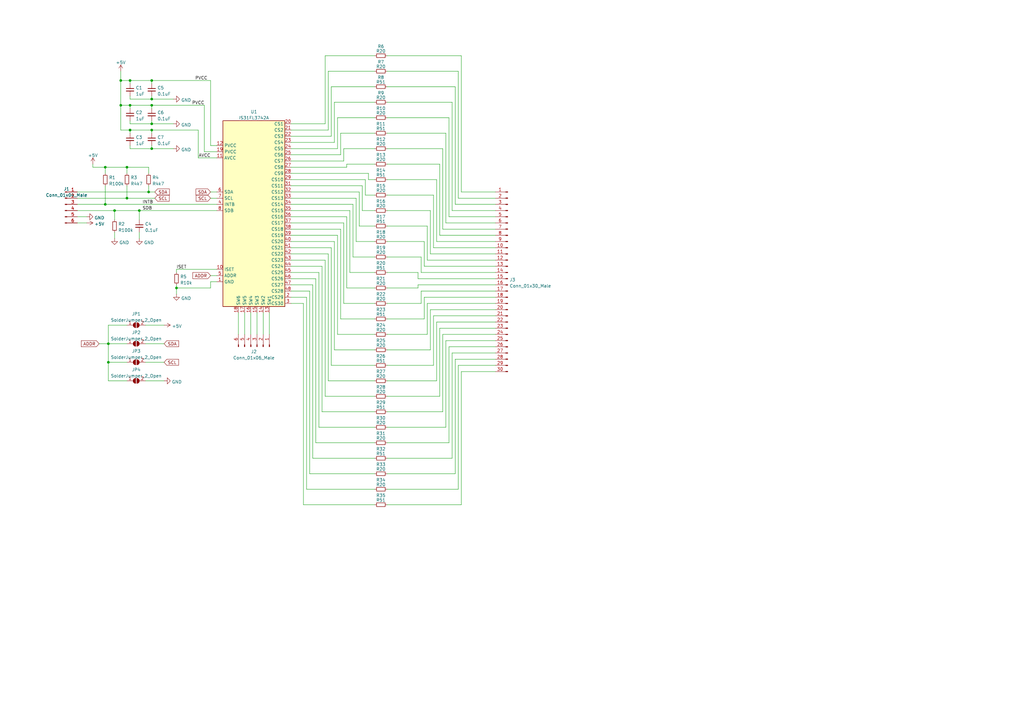
<source format=kicad_sch>
(kicad_sch (version 20211123) (generator eeschema)
  (paper "A3")
  (lib_symbols
    (symbol "Connector:Conn_01x06_Male" (pin_names (offset 1.016) hide)
      (property "Reference" "J" (at 0 7.62 0))
      (property "Value" "Conn_01x06_Male" (at 0 -10.16 0))
      (symbol "Conn_01x06_Male_1_1"
        (polyline (pts (xy 1.27 -7.62) (xy 0.8636 -7.62)) (stroke (width 0.1524)))
        (polyline (pts (xy 1.27 -5.08) (xy 0.8636 -5.08)) (stroke (width 0.1524)))
        (polyline (pts (xy 1.27 -2.54) (xy 0.8636 -2.54)) (stroke (width 0.1524)))
        (polyline (pts (xy 1.27 0) (xy 0.8636 0)) (stroke (width 0.1524)))
        (polyline (pts (xy 1.27 2.54) (xy 0.8636 2.54)) (stroke (width 0.1524)))
        (polyline (pts (xy 1.27 5.08) (xy 0.8636 5.08)) (stroke (width 0.1524)))
        (rectangle (start 0.8636 -7.493) (end 0 -7.747) (stroke (width 0.1524)) (fill (type outline)))
        (rectangle (start 0.8636 -4.953) (end 0 -5.207) (stroke (width 0.1524)) (fill (type outline)))
        (rectangle (start 0.8636 -2.413) (end 0 -2.667) (stroke (width 0.1524)) (fill (type outline)))
        (rectangle (start 0.8636 0.127) (end 0 -0.127) (stroke (width 0.1524)) (fill (type outline)))
        (rectangle (start 0.8636 2.667) (end 0 2.413) (stroke (width 0.1524)) (fill (type outline)))
        (rectangle (start 0.8636 5.207) (end 0 4.953) (stroke (width 0.1524)) (fill (type outline)))
        (pin passive line (at 5.08 5.08 180) (length 3.81) (name "Pin_1") (number "1"))
        (pin passive line (at 5.08 2.54 180) (length 3.81) (name "Pin_2") (number "2"))
        (pin passive line (at 5.08 0 180) (length 3.81) (name "Pin_3") (number "3"))
        (pin passive line (at 5.08 -2.54 180) (length 3.81) (name "Pin_4") (number "4"))
        (pin passive line (at 5.08 -5.08 180) (length 3.81) (name "Pin_5") (number "5"))
        (pin passive line (at 5.08 -7.62 180) (length 3.81) (name "Pin_6") (number "6"))
      )
    )
    (symbol "Connector:Conn_01x30_Male" (pin_names (offset 1.016) hide)
      (property "Reference" "J" (at 0 38.1 0))
      (property "Value" "Conn_01x30_Male" (at 0 -40.64 0))
      (symbol "Conn_01x30_Male_1_1"
        (polyline (pts (xy 1.27 -38.1) (xy 0.8636 -38.1)) (stroke (width 0.1524)))
        (polyline (pts (xy 1.27 -35.56) (xy 0.8636 -35.56)) (stroke (width 0.1524)))
        (polyline (pts (xy 1.27 -33.02) (xy 0.8636 -33.02)) (stroke (width 0.1524)))
        (polyline (pts (xy 1.27 -30.48) (xy 0.8636 -30.48)) (stroke (width 0.1524)))
        (polyline (pts (xy 1.27 -27.94) (xy 0.8636 -27.94)) (stroke (width 0.1524)))
        (polyline (pts (xy 1.27 -25.4) (xy 0.8636 -25.4)) (stroke (width 0.1524)))
        (polyline (pts (xy 1.27 -22.86) (xy 0.8636 -22.86)) (stroke (width 0.1524)))
        (polyline (pts (xy 1.27 -20.32) (xy 0.8636 -20.32)) (stroke (width 0.1524)))
        (polyline (pts (xy 1.27 -17.78) (xy 0.8636 -17.78)) (stroke (width 0.1524)))
        (polyline (pts (xy 1.27 -15.24) (xy 0.8636 -15.24)) (stroke (width 0.1524)))
        (polyline (pts (xy 1.27 -12.7) (xy 0.8636 -12.7)) (stroke (width 0.1524)))
        (polyline (pts (xy 1.27 -10.16) (xy 0.8636 -10.16)) (stroke (width 0.1524)))
        (polyline (pts (xy 1.27 -7.62) (xy 0.8636 -7.62)) (stroke (width 0.1524)))
        (polyline (pts (xy 1.27 -5.08) (xy 0.8636 -5.08)) (stroke (width 0.1524)))
        (polyline (pts (xy 1.27 -2.54) (xy 0.8636 -2.54)) (stroke (width 0.1524)))
        (polyline (pts (xy 1.27 0) (xy 0.8636 0)) (stroke (width 0.1524)))
        (polyline (pts (xy 1.27 2.54) (xy 0.8636 2.54)) (stroke (width 0.1524)))
        (polyline (pts (xy 1.27 5.08) (xy 0.8636 5.08)) (stroke (width 0.1524)))
        (polyline (pts (xy 1.27 7.62) (xy 0.8636 7.62)) (stroke (width 0.1524)))
        (polyline (pts (xy 1.27 10.16) (xy 0.8636 10.16)) (stroke (width 0.1524)))
        (polyline (pts (xy 1.27 12.7) (xy 0.8636 12.7)) (stroke (width 0.1524)))
        (polyline (pts (xy 1.27 15.24) (xy 0.8636 15.24)) (stroke (width 0.1524)))
        (polyline (pts (xy 1.27 17.78) (xy 0.8636 17.78)) (stroke (width 0.1524)))
        (polyline (pts (xy 1.27 20.32) (xy 0.8636 20.32)) (stroke (width 0.1524)))
        (polyline (pts (xy 1.27 22.86) (xy 0.8636 22.86)) (stroke (width 0.1524)))
        (polyline (pts (xy 1.27 25.4) (xy 0.8636 25.4)) (stroke (width 0.1524)))
        (polyline (pts (xy 1.27 27.94) (xy 0.8636 27.94)) (stroke (width 0.1524)))
        (polyline (pts (xy 1.27 30.48) (xy 0.8636 30.48)) (stroke (width 0.1524)))
        (polyline (pts (xy 1.27 33.02) (xy 0.8636 33.02)) (stroke (width 0.1524)))
        (polyline (pts (xy 1.27 35.56) (xy 0.8636 35.56)) (stroke (width 0.1524)))
        (rectangle (start 0.8636 -37.973) (end 0 -38.227) (stroke (width 0.1524)) (fill (type outline)))
        (rectangle (start 0.8636 -35.433) (end 0 -35.687) (stroke (width 0.1524)) (fill (type outline)))
        (rectangle (start 0.8636 -32.893) (end 0 -33.147) (stroke (width 0.1524)) (fill (type outline)))
        (rectangle (start 0.8636 -30.353) (end 0 -30.607) (stroke (width 0.1524)) (fill (type outline)))
        (rectangle (start 0.8636 -27.813) (end 0 -28.067) (stroke (width 0.1524)) (fill (type outline)))
        (rectangle (start 0.8636 -25.273) (end 0 -25.527) (stroke (width 0.1524)) (fill (type outline)))
        (rectangle (start 0.8636 -22.733) (end 0 -22.987) (stroke (width 0.1524)) (fill (type outline)))
        (rectangle (start 0.8636 -20.193) (end 0 -20.447) (stroke (width 0.1524)) (fill (type outline)))
        (rectangle (start 0.8636 -17.653) (end 0 -17.907) (stroke (width 0.1524)) (fill (type outline)))
        (rectangle (start 0.8636 -15.113) (end 0 -15.367) (stroke (width 0.1524)) (fill (type outline)))
        (rectangle (start 0.8636 -12.573) (end 0 -12.827) (stroke (width 0.1524)) (fill (type outline)))
        (rectangle (start 0.8636 -10.033) (end 0 -10.287) (stroke (width 0.1524)) (fill (type outline)))
        (rectangle (start 0.8636 -7.493) (end 0 -7.747) (stroke (width 0.1524)) (fill (type outline)))
        (rectangle (start 0.8636 -4.953) (end 0 -5.207) (stroke (width 0.1524)) (fill (type outline)))
        (rectangle (start 0.8636 -2.413) (end 0 -2.667) (stroke (width 0.1524)) (fill (type outline)))
        (rectangle (start 0.8636 0.127) (end 0 -0.127) (stroke (width 0.1524)) (fill (type outline)))
        (rectangle (start 0.8636 2.667) (end 0 2.413) (stroke (width 0.1524)) (fill (type outline)))
        (rectangle (start 0.8636 5.207) (end 0 4.953) (stroke (width 0.1524)) (fill (type outline)))
        (rectangle (start 0.8636 7.747) (end 0 7.493) (stroke (width 0.1524)) (fill (type outline)))
        (rectangle (start 0.8636 10.287) (end 0 10.033) (stroke (width 0.1524)) (fill (type outline)))
        (rectangle (start 0.8636 12.827) (end 0 12.573) (stroke (width 0.1524)) (fill (type outline)))
        (rectangle (start 0.8636 15.367) (end 0 15.113) (stroke (width 0.1524)) (fill (type outline)))
        (rectangle (start 0.8636 17.907) (end 0 17.653) (stroke (width 0.1524)) (fill (type outline)))
        (rectangle (start 0.8636 20.447) (end 0 20.193) (stroke (width 0.1524)) (fill (type outline)))
        (rectangle (start 0.8636 22.987) (end 0 22.733) (stroke (width 0.1524)) (fill (type outline)))
        (rectangle (start 0.8636 25.527) (end 0 25.273) (stroke (width 0.1524)) (fill (type outline)))
        (rectangle (start 0.8636 28.067) (end 0 27.813) (stroke (width 0.1524)) (fill (type outline)))
        (rectangle (start 0.8636 30.607) (end 0 30.353) (stroke (width 0.1524)) (fill (type outline)))
        (rectangle (start 0.8636 33.147) (end 0 32.893) (stroke (width 0.1524)) (fill (type outline)))
        (rectangle (start 0.8636 35.687) (end 0 35.433) (stroke (width 0.1524)) (fill (type outline)))
        (pin passive line (at 5.08 35.56 180) (length 3.81) (name "Pin_1") (number "1"))
        (pin passive line (at 5.08 12.7 180) (length 3.81) (name "Pin_10") (number "10"))
        (pin passive line (at 5.08 10.16 180) (length 3.81) (name "Pin_11") (number "11"))
        (pin passive line (at 5.08 7.62 180) (length 3.81) (name "Pin_12") (number "12"))
        (pin passive line (at 5.08 5.08 180) (length 3.81) (name "Pin_13") (number "13"))
        (pin passive line (at 5.08 2.54 180) (length 3.81) (name "Pin_14") (number "14"))
        (pin passive line (at 5.08 0 180) (length 3.81) (name "Pin_15") (number "15"))
        (pin passive line (at 5.08 -2.54 180) (length 3.81) (name "Pin_16") (number "16"))
        (pin passive line (at 5.08 -5.08 180) (length 3.81) (name "Pin_17") (number "17"))
        (pin passive line (at 5.08 -7.62 180) (length 3.81) (name "Pin_18") (number "18"))
        (pin passive line (at 5.08 -10.16 180) (length 3.81) (name "Pin_19") (number "19"))
        (pin passive line (at 5.08 33.02 180) (length 3.81) (name "Pin_2") (number "2"))
        (pin passive line (at 5.08 -12.7 180) (length 3.81) (name "Pin_20") (number "20"))
        (pin passive line (at 5.08 -15.24 180) (length 3.81) (name "Pin_21") (number "21"))
        (pin passive line (at 5.08 -17.78 180) (length 3.81) (name "Pin_22") (number "22"))
        (pin passive line (at 5.08 -20.32 180) (length 3.81) (name "Pin_23") (number "23"))
        (pin passive line (at 5.08 -22.86 180) (length 3.81) (name "Pin_24") (number "24"))
        (pin passive line (at 5.08 -25.4 180) (length 3.81) (name "Pin_25") (number "25"))
        (pin passive line (at 5.08 -27.94 180) (length 3.81) (name "Pin_26") (number "26"))
        (pin passive line (at 5.08 -30.48 180) (length 3.81) (name "Pin_27") (number "27"))
        (pin passive line (at 5.08 -33.02 180) (length 3.81) (name "Pin_28") (number "28"))
        (pin passive line (at 5.08 -35.56 180) (length 3.81) (name "Pin_29") (number "29"))
        (pin passive line (at 5.08 30.48 180) (length 3.81) (name "Pin_3") (number "3"))
        (pin passive line (at 5.08 -38.1 180) (length 3.81) (name "Pin_30") (number "30"))
        (pin passive line (at 5.08 27.94 180) (length 3.81) (name "Pin_4") (number "4"))
        (pin passive line (at 5.08 25.4 180) (length 3.81) (name "Pin_5") (number "5"))
        (pin passive line (at 5.08 22.86 180) (length 3.81) (name "Pin_6") (number "6"))
        (pin passive line (at 5.08 20.32 180) (length 3.81) (name "Pin_7") (number "7"))
        (pin passive line (at 5.08 17.78 180) (length 3.81) (name "Pin_8") (number "8"))
        (pin passive line (at 5.08 15.24 180) (length 3.81) (name "Pin_9") (number "9"))
      )
    )
    (symbol "Device:C_Small" (pin_numbers hide) (pin_names (offset 0.254) hide)
      (property "Reference" "C" (at 0.254 1.778 0))
      (property "Value" "C_Small" (at 0.254 -2.032 0))
      (symbol "C_Small_0_1"
        (polyline (pts (xy -1.524 -0.508) (xy 1.524 -0.508)) (stroke (width 0.3302)))
        (polyline (pts (xy -1.524 0.508) (xy 1.524 0.508)) (stroke (width 0.3048)))
      )
      (symbol "C_Small_1_1"
        (pin passive line (at 0 2.54 270) (length 2.032) (name "~") (number "1"))
        (pin passive line (at 0 -2.54 90) (length 2.032) (name "~") (number "2"))
      )
    )
    (symbol "Device:R_Small" (pin_numbers hide) (pin_names (offset 0.254) hide)
      (property "Reference" "R" (at 0.762 0.508 0))
      (property "Value" "R_Small" (at 0.762 -1.016 0))
      (symbol "R_Small_0_1"
        (rectangle (start -0.762 1.778) (end 0.762 -1.778) (stroke (width 0.2032)))
      )
      (symbol "R_Small_1_1"
        (pin passive line (at 0 2.54 270) (length 0.762) (name "~") (number "1"))
        (pin passive line (at 0 -2.54 90) (length 0.762) (name "~") (number "2"))
      )
    )
    (symbol "Driver_LED:IS31FL3742A"
      (property "Reference" "U" (at -1.27 -1.27 0))
      (property "Value" "IS31FL3742A" (at -6.35 43.18 0))
      (symbol "IS31FL3742A_0_0"
        (pin output line (at 15.24 -16.51 180) (length 2.54) (name "CS22") (number "42"))
        (pin output line (at 15.24 -19.05 180) (length 2.54) (name "CS23") (number "43"))
        (pin output line (at 15.24 -21.59 180) (length 2.54) (name "CS24") (number "44"))
        (pin output line (at 15.24 -24.13 180) (length 2.54) (name "CS25") (number "45"))
        (pin output line (at 15.24 -26.67 180) (length 2.54) (name "CS26") (number "46"))
        (pin output line (at 15.24 -29.21 180) (length 2.54) (name "CS27") (number "47"))
        (pin output line (at 15.24 -31.75 180) (length 2.54) (name "CS28") (number "48"))
        (pin passive line (at -15.24 -27.94 0) (length 2.54) hide (name "GND") (number "49"))
      )
      (symbol "IS31FL3742A_0_1"
        (rectangle (start -12.7 38.1) (end 12.7 -38.1) (stroke (width 0.254)) (fill (type background)))
      )
      (symbol "IS31FL3742A_1_1"
        (pin power_in line (at -15.24 -27.94 0) (length 2.54) (name "GND") (number "1"))
        (pin input line (at -15.24 -22.86 0) (length 2.54) (name "ISET") (number "10"))
        (pin power_in line (at -15.24 22.86 0) (length 2.54) (name "AVCC") (number "11"))
        (pin power_in line (at -15.24 27.94 0) (length 2.54) (name "PVCC") (number "12"))
        (pin input line (at 6.35 -40.64 90) (length 2.54) (name "SW1") (number "13"))
        (pin input line (at 3.81 -40.64 90) (length 2.54) (name "SW2") (number "14"))
        (pin input line (at 1.27 -40.64 90) (length 2.54) (name "SW3") (number "15"))
        (pin input line (at -1.27 -40.64 90) (length 2.54) (name "SW4") (number "16"))
        (pin input line (at -3.81 -40.64 90) (length 2.54) (name "SW5") (number "17"))
        (pin input line (at -6.35 -40.64 90) (length 2.54) (name "SW6") (number "18"))
        (pin power_in line (at -15.24 25.4 0) (length 2.54) (name "PVCC") (number "19"))
        (pin output line (at 15.24 -34.29 180) (length 2.54) (name "CS29") (number "2"))
        (pin output line (at 15.24 36.83 180) (length 2.54) (name "CS1") (number "20"))
        (pin output line (at 15.24 34.29 180) (length 2.54) (name "CS2") (number "21"))
        (pin output line (at 15.24 31.75 180) (length 2.54) (name "CS3") (number "22"))
        (pin output line (at 15.24 29.21 180) (length 2.54) (name "CS4") (number "23"))
        (pin output line (at 15.24 26.67 180) (length 2.54) (name "CS5") (number "24"))
        (pin output line (at 15.24 24.13 180) (length 2.54) (name "CS6") (number "25"))
        (pin output line (at 15.24 21.59 180) (length 2.54) (name "CS7") (number "26"))
        (pin output line (at 15.24 19.05 180) (length 2.54) (name "CS8") (number "27"))
        (pin output line (at 15.24 16.51 180) (length 2.54) (name "CS9") (number "28"))
        (pin output line (at 15.24 13.97 180) (length 2.54) (name "CS10") (number "29"))
        (pin output line (at 15.24 -36.83 180) (length 2.54) (name "CS30") (number "3"))
        (pin power_in line (at -15.24 -27.94 0) (length 2.54) hide (name "GND") (number "30"))
        (pin output line (at 15.24 11.43 180) (length 2.54) (name "CS11") (number "31"))
        (pin output line (at 15.24 8.89 180) (length 2.54) (name "CS12") (number "32"))
        (pin output line (at 15.24 6.35 180) (length 2.54) (name "CS13") (number "33"))
        (pin output line (at 15.24 3.81 180) (length 2.54) (name "CS14") (number "34"))
        (pin output line (at 15.24 1.27 180) (length 2.54) (name "CS15") (number "35"))
        (pin output line (at 15.24 -1.27 180) (length 2.54) (name "CS16") (number "36"))
        (pin output line (at 15.24 -3.81 180) (length 2.54) (name "CS17") (number "37"))
        (pin output line (at 15.24 -6.35 180) (length 2.54) (name "CS18") (number "38"))
        (pin output line (at 15.24 -8.89 180) (length 2.54) (name "CS19") (number "39"))
        (pin open_collector line (at -15.24 3.81 0) (length 2.54) (name "INTB") (number "4"))
        (pin output line (at 15.24 -11.43 180) (length 2.54) (name "CS20") (number "40"))
        (pin output line (at 15.24 -13.97 180) (length 2.54) (name "CS21") (number "41"))
        (pin input line (at -15.24 -25.4 0) (length 2.54) (name "ADDR") (number "5"))
        (pin bidirectional line (at -15.24 8.89 0) (length 2.54) (name "SDA") (number "6"))
        (pin input line (at -15.24 6.35 0) (length 2.54) (name "SCL") (number "7"))
        (pin input line (at -15.24 1.27 0) (length 2.54) (name "SDB") (number "8"))
        (pin input line (at -15.24 -27.94 0) (length 2.54) hide (name "GND") (number "9"))
      )
    )
    (symbol "Jumper:SolderJumper_2_Open" (pin_names (offset 0) hide)
      (property "Reference" "JP" (at 0 2.032 0))
      (property "Value" "SolderJumper_2_Open" (at 0 -2.54 0))
      (symbol "SolderJumper_2_Open_0_1"
        (arc (start -0.254 1.016) (mid -1.27 0) (end -0.254 -1.016))
        (arc (start -0.254 1.016) (mid -1.27 0) (end -0.254 -1.016) (fill (type outline)))
        (polyline (pts (xy -0.254 1.016) (xy -0.254 -1.016)))
        (polyline (pts (xy 0.254 1.016) (xy 0.254 -1.016)))
        (arc (start 0.254 -1.016) (mid 1.27 0) (end 0.254 1.016))
        (arc (start 0.254 -1.016) (mid 1.27 0) (end 0.254 1.016) (fill (type outline)))
      )
      (symbol "SolderJumper_2_Open_1_1"
        (pin passive line (at -3.81 0 0) (length 2.54) (name "A") (number "1"))
        (pin passive line (at 3.81 0 180) (length 2.54) (name "B") (number "2"))
      )
    )
    (symbol "power:+5V" (power) (pin_names (offset 0))
      (property "Value" "+5V" (at 0 3.556 0))
      (symbol "+5V_0_1"
        (polyline (pts (xy -0.762 1.27) (xy 0 2.54)))
        (polyline (pts (xy 0 0) (xy 0 2.54)))
        (polyline (pts (xy 0 2.54) (xy 0.762 1.27)))
      )
      (symbol "+5V_1_1"
        (pin power_in line (at 0 0 90) (length 0) hide (name "+5V") (number "1"))
      )
    )
    (symbol "power:GND" (power) (pin_names (offset 0))
      (property "Value" "GND" (at 0 -3.81 0))
      (symbol "GND_0_1"
        (polyline (pts (xy 0 0) (xy 0 -1.27) (xy 1.27 -1.27) (xy 0 -2.54) (xy -1.27 -1.27) (xy 0 -1.27)))
      )
      (symbol "GND_1_1"
        (pin power_in line (at 0 0 270) (length 0) hide (name "GND") (number "1"))
      )
    )
  )
  (junction (at 44.45 148.59))
  (junction (at 46.99 86.36))
  (junction (at 60.96 78.74))
  (junction (at 57.15 86.36))
  (junction (at 53.34 33.02))
  (junction (at 43.18 68.58))
  (junction (at 53.34 43.18))
  (junction (at 62.23 50.8))
  (junction (at 49.53 43.18))
  (junction (at 52.07 81.28))
  (junction (at 44.45 140.97))
  (junction (at 43.18 83.82))
  (junction (at 72.39 118.11))
  (junction (at 62.23 40.64))
  (junction (at 62.23 53.34))
  (junction (at 62.23 60.96))
  (junction (at 62.23 33.02))
  (junction (at 62.23 43.18))
  (junction (at 52.07 68.58))
  (junction (at 53.34 53.34))
  (junction (at 49.53 33.02))
  (wire (pts (xy 52.07 71.12) (xy 52.07 68.58)))
  (wire (pts (xy 124.46 207.01) (xy 153.67 207.01)))
  (wire (pts (xy 173.99 121.92) (xy 203.2 121.92)))
  (wire (pts (xy 119.38 55.88) (xy 135.89 55.88)))
  (wire (pts (xy 133.35 162.56) (xy 153.67 162.56)))
  (wire (pts (xy 134.62 156.21) (xy 153.67 156.21)))
  (wire (pts (xy 158.75 187.96) (xy 185.42 187.96)))
  (wire (pts (xy 175.26 124.46) (xy 203.2 124.46)))
  (wire (pts (xy 46.99 86.36) (xy 46.99 90.17)))
  (wire (pts (xy 53.34 50.8) (xy 62.23 50.8)))
  (wire (pts (xy 119.38 114.3) (xy 129.54 114.3)))
  (wire (pts (xy 86.36 33.02) (xy 62.23 33.02)))
  (wire (pts (xy 158.75 156.21) (xy 179.07 156.21)))
  (wire (pts (xy 119.38 96.52) (xy 138.43 96.52)))
  (wire (pts (xy 180.34 67.31) (xy 180.34 96.52)))
  (wire (pts (xy 83.82 62.23) (xy 83.82 43.18)))
  (wire (pts (xy 57.15 95.25) (xy 57.15 97.79)))
  (wire (pts (xy 86.36 81.28) (xy 88.9 81.28)))
  (wire (pts (xy 158.75 92.71) (xy 175.26 92.71)))
  (wire (pts (xy 119.38 106.68) (xy 133.35 106.68)))
  (wire (pts (xy 102.87 128.27) (xy 102.87 137.16)))
  (wire (pts (xy 139.7 130.81) (xy 153.67 130.81)))
  (wire (pts (xy 158.75 207.01) (xy 189.23 207.01)))
  (wire (pts (xy 62.23 53.34) (xy 53.34 53.34)))
  (wire (pts (xy 181.61 93.98) (xy 203.2 93.98)))
  (wire (pts (xy 57.15 86.36) (xy 57.15 90.17)))
  (wire (pts (xy 49.53 29.21) (xy 49.53 33.02)))
  (wire (pts (xy 143.51 111.76) (xy 153.67 111.76)))
  (wire (pts (xy 132.08 168.91) (xy 153.67 168.91)))
  (wire (pts (xy 60.96 71.12) (xy 60.96 68.58)))
  (wire (pts (xy 158.75 181.61) (xy 184.15 181.61)))
  (wire (pts (xy 139.7 63.5) (xy 139.7 54.61)))
  (wire (pts (xy 186.69 147.32) (xy 203.2 147.32)))
  (wire (pts (xy 137.16 58.42) (xy 137.16 41.91)))
  (wire (pts (xy 187.96 29.21) (xy 187.96 81.28)))
  (wire (pts (xy 127 194.31) (xy 153.67 194.31)))
  (wire (pts (xy 158.75 149.86) (xy 177.8 149.86)))
  (wire (pts (xy 86.36 59.69) (xy 86.36 33.02)))
  (wire (pts (xy 158.75 22.86) (xy 189.23 22.86)))
  (wire (pts (xy 181.61 168.91) (xy 181.61 137.16)))
  (wire (pts (xy 140.97 91.44) (xy 140.97 124.46)))
  (wire (pts (xy 189.23 207.01) (xy 189.23 152.4)))
  (wire (pts (xy 119.38 111.76) (xy 130.81 111.76)))
  (wire (pts (xy 38.1 68.58) (xy 38.1 67.31)))
  (wire (pts (xy 177.8 80.01) (xy 177.8 101.6)))
  (wire (pts (xy 119.38 104.14) (xy 134.62 104.14)))
  (wire (pts (xy 119.38 86.36) (xy 143.51 86.36)))
  (wire (pts (xy 185.42 187.96) (xy 185.42 144.78)))
  (wire (pts (xy 134.62 29.21) (xy 153.67 29.21)))
  (wire (pts (xy 140.97 60.96) (xy 153.67 60.96)))
  (wire (pts (xy 158.75 73.66) (xy 179.07 73.66)))
  (wire (pts (xy 185.42 144.78) (xy 203.2 144.78)))
  (wire (pts (xy 173.99 130.81) (xy 173.99 121.92)))
  (wire (pts (xy 52.07 148.59) (xy 44.45 148.59)))
  (wire (pts (xy 62.23 40.64) (xy 62.23 39.37)))
  (wire (pts (xy 187.96 200.66) (xy 187.96 149.86)))
  (wire (pts (xy 62.23 60.96) (xy 71.12 60.96)))
  (wire (pts (xy 172.72 119.38) (xy 203.2 119.38)))
  (wire (pts (xy 43.18 83.82) (xy 88.9 83.82)))
  (wire (pts (xy 119.38 119.38) (xy 127 119.38)))
  (wire (pts (xy 172.72 105.41) (xy 172.72 111.76)))
  (wire (pts (xy 186.69 35.56) (xy 186.69 83.82)))
  (wire (pts (xy 119.38 71.12) (xy 151.13 71.12)))
  (wire (pts (xy 119.38 91.44) (xy 140.97 91.44)))
  (wire (pts (xy 119.38 109.22) (xy 132.08 109.22)))
  (wire (pts (xy 175.26 92.71) (xy 175.26 106.68)))
  (wire (pts (xy 139.7 54.61) (xy 153.67 54.61)))
  (wire (pts (xy 43.18 68.58) (xy 38.1 68.58)))
  (wire (pts (xy 184.15 142.24) (xy 203.2 142.24)))
  (wire (pts (xy 182.88 91.44) (xy 203.2 91.44)))
  (wire (pts (xy 140.97 124.46) (xy 153.67 124.46)))
  (wire (pts (xy 134.62 104.14) (xy 134.62 156.21)))
  (wire (pts (xy 158.75 168.91) (xy 181.61 168.91)))
  (wire (pts (xy 135.89 149.86) (xy 153.67 149.86)))
  (wire (pts (xy 119.38 121.92) (xy 125.73 121.92)))
  (wire (pts (xy 62.23 33.02) (xy 53.34 33.02)))
  (wire (pts (xy 182.88 54.61) (xy 182.88 91.44)))
  (wire (pts (xy 138.43 60.96) (xy 138.43 48.26)))
  (wire (pts (xy 173.99 109.22) (xy 203.2 109.22)))
  (wire (pts (xy 81.28 53.34) (xy 62.23 53.34)))
  (wire (pts (xy 158.75 194.31) (xy 186.69 194.31)))
  (wire (pts (xy 158.75 99.06) (xy 173.99 99.06)))
  (wire (pts (xy 86.36 113.03) (xy 88.9 113.03)))
  (wire (pts (xy 139.7 93.98) (xy 139.7 130.81)))
  (wire (pts (xy 142.24 88.9) (xy 142.24 118.11)))
  (wire (pts (xy 172.72 111.76) (xy 203.2 111.76)))
  (wire (pts (xy 52.07 140.97) (xy 44.45 140.97)))
  (wire (pts (xy 180.34 162.56) (xy 180.34 134.62)))
  (wire (pts (xy 119.38 99.06) (xy 137.16 99.06)))
  (wire (pts (xy 158.75 54.61) (xy 182.88 54.61)))
  (wire (pts (xy 151.13 71.12) (xy 151.13 73.66)))
  (wire (pts (xy 182.88 139.7) (xy 203.2 139.7)))
  (wire (pts (xy 179.07 73.66) (xy 179.07 99.06)))
  (wire (pts (xy 133.35 50.8) (xy 133.35 22.86)))
  (wire (pts (xy 147.32 78.74) (xy 147.32 92.71)))
  (wire (pts (xy 185.42 86.36) (xy 203.2 86.36)))
  (wire (pts (xy 158.75 137.16) (xy 175.26 137.16)))
  (wire (pts (xy 31.75 78.74) (xy 60.96 78.74)))
  (wire (pts (xy 88.9 110.49) (xy 72.39 110.49)))
  (wire (pts (xy 180.34 134.62) (xy 203.2 134.62)))
  (wire (pts (xy 31.75 88.9) (xy 35.56 88.9)))
  (wire (pts (xy 53.34 53.34) (xy 49.53 53.34)))
  (wire (pts (xy 53.34 43.18) (xy 49.53 43.18)))
  (wire (pts (xy 119.38 101.6) (xy 135.89 101.6)))
  (wire (pts (xy 142.24 67.31) (xy 153.67 67.31)))
  (wire (pts (xy 172.72 124.46) (xy 172.72 119.38)))
  (wire (pts (xy 57.15 86.36) (xy 88.9 86.36)))
  (wire (pts (xy 149.86 73.66) (xy 149.86 80.01)))
  (wire (pts (xy 184.15 48.26) (xy 184.15 88.9)))
  (wire (pts (xy 144.78 83.82) (xy 144.78 105.41)))
  (wire (pts (xy 72.39 118.11) (xy 72.39 120.65)))
  (wire (pts (xy 53.34 40.64) (xy 62.23 40.64)))
  (wire (pts (xy 40.64 140.97) (xy 44.45 140.97)))
  (wire (pts (xy 158.75 118.11) (xy 171.45 118.11)))
  (wire (pts (xy 176.53 143.51) (xy 176.53 127)))
  (wire (pts (xy 158.75 200.66) (xy 187.96 200.66)))
  (wire (pts (xy 49.53 43.18) (xy 49.53 33.02)))
  (wire (pts (xy 179.07 156.21) (xy 179.07 132.08)))
  (wire (pts (xy 107.95 128.27) (xy 107.95 137.16)))
  (wire (pts (xy 146.05 99.06) (xy 153.67 99.06)))
  (wire (pts (xy 53.34 60.96) (xy 53.34 59.69)))
  (wire (pts (xy 128.27 116.84) (xy 128.27 187.96)))
  (wire (pts (xy 158.75 105.41) (xy 172.72 105.41)))
  (wire (pts (xy 128.27 187.96) (xy 153.67 187.96)))
  (wire (pts (xy 129.54 114.3) (xy 129.54 181.61)))
  (wire (pts (xy 151.13 73.66) (xy 153.67 73.66)))
  (wire (pts (xy 189.23 152.4) (xy 203.2 152.4)))
  (wire (pts (xy 176.53 127) (xy 203.2 127)))
  (wire (pts (xy 44.45 133.35) (xy 44.45 140.97)))
  (wire (pts (xy 119.38 60.96) (xy 138.43 60.96)))
  (wire (pts (xy 67.31 133.35) (xy 59.69 133.35)))
  (wire (pts (xy 185.42 41.91) (xy 185.42 86.36)))
  (wire (pts (xy 60.96 68.58) (xy 52.07 68.58)))
  (wire (pts (xy 62.23 60.96) (xy 62.23 59.69)))
  (wire (pts (xy 86.36 115.57) (xy 86.36 118.11)))
  (wire (pts (xy 53.34 40.64) (xy 53.34 39.37)))
  (wire (pts (xy 72.39 116.84) (xy 72.39 118.11)))
  (wire (pts (xy 119.38 83.82) (xy 144.78 83.82)))
  (wire (pts (xy 52.07 68.58) (xy 43.18 68.58)))
  (wire (pts (xy 52.07 156.21) (xy 44.45 156.21)))
  (wire (pts (xy 184.15 181.61) (xy 184.15 142.24)))
  (wire (pts (xy 137.16 143.51) (xy 153.67 143.51)))
  (wire (pts (xy 127 119.38) (xy 127 194.31)))
  (wire (pts (xy 46.99 86.36) (xy 57.15 86.36)))
  (wire (pts (xy 119.38 124.46) (xy 124.46 124.46)))
  (wire (pts (xy 72.39 110.49) (xy 72.39 111.76)))
  (wire (pts (xy 171.45 114.3) (xy 203.2 114.3)))
  (wire (pts (xy 137.16 41.91) (xy 153.67 41.91)))
  (wire (pts (xy 186.69 194.31) (xy 186.69 147.32)))
  (wire (pts (xy 177.8 101.6) (xy 203.2 101.6)))
  (wire (pts (xy 182.88 175.26) (xy 182.88 139.7)))
  (wire (pts (xy 176.53 86.36) (xy 176.53 104.14)))
  (wire (pts (xy 184.15 88.9) (xy 203.2 88.9)))
  (wire (pts (xy 86.36 78.74) (xy 88.9 78.74)))
  (wire (pts (xy 88.9 115.57) (xy 86.36 115.57)))
  (wire (pts (xy 186.69 83.82) (xy 203.2 83.82)))
  (wire (pts (xy 83.82 43.18) (xy 62.23 43.18)))
  (wire (pts (xy 158.75 130.81) (xy 173.99 130.81)))
  (wire (pts (xy 189.23 22.86) (xy 189.23 78.74)))
  (wire (pts (xy 179.07 99.06) (xy 203.2 99.06)))
  (wire (pts (xy 130.81 175.26) (xy 153.67 175.26)))
  (wire (pts (xy 158.75 124.46) (xy 172.72 124.46)))
  (wire (pts (xy 125.73 121.92) (xy 125.73 200.66)))
  (wire (pts (xy 60.96 78.74) (xy 60.96 76.2)))
  (wire (pts (xy 81.28 64.77) (xy 81.28 53.34)))
  (wire (pts (xy 62.23 33.02) (xy 62.23 34.29)))
  (wire (pts (xy 43.18 68.58) (xy 43.18 71.12)))
  (wire (pts (xy 158.75 80.01) (xy 177.8 80.01)))
  (wire (pts (xy 119.38 78.74) (xy 147.32 78.74)))
  (wire (pts (xy 31.75 91.44) (xy 35.56 91.44)))
  (wire (pts (xy 53.34 53.34) (xy 53.34 54.61)))
  (wire (pts (xy 49.53 53.34) (xy 49.53 43.18)))
  (wire (pts (xy 130.81 111.76) (xy 130.81 175.26)))
  (wire (pts (xy 52.07 81.28) (xy 63.5 81.28)))
  (wire (pts (xy 119.38 58.42) (xy 137.16 58.42)))
  (wire (pts (xy 88.9 64.77) (xy 81.28 64.77)))
  (wire (pts (xy 158.75 67.31) (xy 180.34 67.31)))
  (wire (pts (xy 158.75 143.51) (xy 176.53 143.51)))
  (wire (pts (xy 124.46 124.46) (xy 124.46 207.01)))
  (wire (pts (xy 181.61 60.96) (xy 181.61 93.98)))
  (wire (pts (xy 119.38 88.9) (xy 142.24 88.9)))
  (wire (pts (xy 177.8 149.86) (xy 177.8 129.54)))
  (wire (pts (xy 135.89 55.88) (xy 135.89 35.56)))
  (wire (pts (xy 158.75 48.26) (xy 184.15 48.26)))
  (wire (pts (xy 148.59 86.36) (xy 153.67 86.36)))
  (wire (pts (xy 119.38 63.5) (xy 139.7 63.5)))
  (wire (pts (xy 119.38 68.58) (xy 142.24 68.58)))
  (wire (pts (xy 158.75 60.96) (xy 181.61 60.96)))
  (wire (pts (xy 119.38 66.04) (xy 140.97 66.04)))
  (wire (pts (xy 60.96 78.74) (xy 63.5 78.74)))
  (wire (pts (xy 171.45 116.84) (xy 203.2 116.84)))
  (wire (pts (xy 110.49 128.27) (xy 110.49 137.16)))
  (wire (pts (xy 31.75 81.28) (xy 52.07 81.28)))
  (wire (pts (xy 62.23 50.8) (xy 71.12 50.8)))
  (wire (pts (xy 180.34 96.52) (xy 203.2 96.52)))
  (wire (pts (xy 100.33 128.27) (xy 100.33 137.16)))
  (wire (pts (xy 46.99 95.25) (xy 46.99 97.79)))
  (wire (pts (xy 173.99 99.06) (xy 173.99 109.22)))
  (wire (pts (xy 135.89 35.56) (xy 153.67 35.56)))
  (wire (pts (xy 138.43 137.16) (xy 153.67 137.16)))
  (wire (pts (xy 158.75 41.91) (xy 185.42 41.91)))
  (wire (pts (xy 44.45 133.35) (xy 52.07 133.35)))
  (wire (pts (xy 148.59 76.2) (xy 148.59 86.36)))
  (wire (pts (xy 44.45 148.59) (xy 44.45 156.21)))
  (wire (pts (xy 88.9 62.23) (xy 83.82 62.23)))
  (wire (pts (xy 177.8 129.54) (xy 203.2 129.54)))
  (wire (pts (xy 119.38 116.84) (xy 128.27 116.84)))
  (wire (pts (xy 62.23 43.18) (xy 62.23 44.45)))
  (wire (pts (xy 187.96 149.86) (xy 203.2 149.86)))
  (wire (pts (xy 53.34 50.8) (xy 53.34 49.53)))
  (wire (pts (xy 53.34 43.18) (xy 53.34 44.45)))
  (wire (pts (xy 134.62 53.34) (xy 134.62 29.21)))
  (wire (pts (xy 137.16 99.06) (xy 137.16 143.51)))
  (wire (pts (xy 175.26 137.16) (xy 175.26 124.46)))
  (wire (pts (xy 43.18 76.2) (xy 43.18 83.82)))
  (wire (pts (xy 158.75 35.56) (xy 186.69 35.56)))
  (wire (pts (xy 62.23 43.18) (xy 53.34 43.18)))
  (wire (pts (xy 31.75 86.36) (xy 46.99 86.36)))
  (wire (pts (xy 52.07 81.28) (xy 52.07 76.2)))
  (wire (pts (xy 62.23 53.34) (xy 62.23 54.61)))
  (wire (pts (xy 158.75 86.36) (xy 176.53 86.36)))
  (wire (pts (xy 176.53 104.14) (xy 203.2 104.14)))
  (wire (pts (xy 187.96 81.28) (xy 203.2 81.28)))
  (wire (pts (xy 119.38 73.66) (xy 149.86 73.66)))
  (wire (pts (xy 179.07 132.08) (xy 203.2 132.08)))
  (wire (pts (xy 147.32 92.71) (xy 153.67 92.71)))
  (wire (pts (xy 62.23 50.8) (xy 62.23 49.53)))
  (wire (pts (xy 97.79 128.27) (xy 97.79 137.16)))
  (wire (pts (xy 158.75 162.56) (xy 180.34 162.56)))
  (wire (pts (xy 144.78 105.41) (xy 153.67 105.41)))
  (wire (pts (xy 105.41 128.27) (xy 105.41 137.16)))
  (wire (pts (xy 119.38 53.34) (xy 134.62 53.34)))
  (wire (pts (xy 149.86 80.01) (xy 153.67 80.01)))
  (wire (pts (xy 59.69 156.21) (xy 67.31 156.21)))
  (wire (pts (xy 53.34 33.02) (xy 49.53 33.02)))
  (wire (pts (xy 138.43 48.26) (xy 153.67 48.26)))
  (wire (pts (xy 125.73 200.66) (xy 153.67 200.66)))
  (wire (pts (xy 146.05 81.28) (xy 146.05 99.06)))
  (wire (pts (xy 119.38 76.2) (xy 148.59 76.2)))
  (wire (pts (xy 132.08 109.22) (xy 132.08 168.91)))
  (wire (pts (xy 133.35 22.86) (xy 153.67 22.86)))
  (wire (pts (xy 88.9 59.69) (xy 86.36 59.69)))
  (wire (pts (xy 140.97 66.04) (xy 140.97 60.96)))
  (wire (pts (xy 53.34 33.02) (xy 53.34 34.29)))
  (wire (pts (xy 158.75 175.26) (xy 182.88 175.26)))
  (wire (pts (xy 119.38 93.98) (xy 139.7 93.98)))
  (wire (pts (xy 129.54 181.61) (xy 153.67 181.61)))
  (wire (pts (xy 59.69 140.97) (xy 67.31 140.97)))
  (wire (pts (xy 171.45 118.11) (xy 171.45 116.84)))
  (wire (pts (xy 143.51 86.36) (xy 143.51 111.76)))
  (wire (pts (xy 142.24 118.11) (xy 153.67 118.11)))
  (wire (pts (xy 175.26 106.68) (xy 203.2 106.68)))
  (wire (pts (xy 171.45 111.76) (xy 171.45 114.3)))
  (wire (pts (xy 53.34 60.96) (xy 62.23 60.96)))
  (wire (pts (xy 158.75 29.21) (xy 187.96 29.21)))
  (wire (pts (xy 138.43 96.52) (xy 138.43 137.16)))
  (wire (pts (xy 31.75 83.82) (xy 43.18 83.82)))
  (wire (pts (xy 62.23 40.64) (xy 71.12 40.64)))
  (wire (pts (xy 133.35 106.68) (xy 133.35 162.56)))
  (wire (pts (xy 158.75 111.76) (xy 171.45 111.76)))
  (wire (pts (xy 189.23 78.74) (xy 203.2 78.74)))
  (wire (pts (xy 119.38 50.8) (xy 133.35 50.8)))
  (wire (pts (xy 181.61 137.16) (xy 203.2 137.16)))
  (wire (pts (xy 119.38 81.28) (xy 146.05 81.28)))
  (wire (pts (xy 44.45 148.59) (xy 44.45 140.97)))
  (wire (pts (xy 135.89 101.6) (xy 135.89 149.86)))
  (wire (pts (xy 59.69 148.59) (xy 67.31 148.59)))
  (wire (pts (xy 142.24 68.58) (xy 142.24 67.31)))
  (wire (pts (xy 72.39 118.11) (xy 86.36 118.11)))
  (label "ISET" (at 72.39 110.49 0))
  (label "AVCC" (at 86.36 64.77 180))
  (label "PVCC" (at 78.74 43.18 0))
  (label "PVCC" (at 80.01 33.02 0))
  (label "SDB" (at 58.42 86.36 0))
  (label "INTB" (at 58.42 83.82 0))
  (global_label "SDA" (shape input) (at 63.5 78.74 0) (property "Intersheet References" "${INTERSHEET_REFS}" (effects hide)))
  (global_label "SCL" (shape input) (at 67.31 148.59 0) (property "Intersheet References" "${INTERSHEET_REFS}" (effects hide)))
  (global_label "SCL" (shape input) (at 86.36 81.28 180) (property "Intersheet References" "${INTERSHEET_REFS}" (effects hide)))
  (global_label "SDA" (shape input) (at 67.31 140.97 0) (property "Intersheet References" "${INTERSHEET_REFS}" (effects hide)))
  (global_label "ADDR" (shape input) (at 86.36 113.03 180) (property "Intersheet References" "${INTERSHEET_REFS}" (effects hide)))
  (global_label "SCL" (shape input) (at 63.5 81.28 0) (property "Intersheet References" "${INTERSHEET_REFS}" (effects hide)))
  (global_label "ADDR" (shape input) (at 40.64 140.97 180) (property "Intersheet References" "${INTERSHEET_REFS}" (effects hide)))
  (global_label "SDA" (shape input) (at 86.36 78.74 180) (property "Intersheet References" "${INTERSHEET_REFS}" (effects hide)))
  (symbol (lib_id "Connector:Conn_01x06_Male") (at 26.67 83.82 0) (unit 1)
    (property "Reference" "J1" (at 27.305 77.504 0))
    (property "Value" "Conn_01x04_Male" (at 27.305 80.0409 0))
    (property "Footprint" "Connector_PinHeader_2.00mm:PinHeader_1x06_P2.00mm_Vertical" (effects hide))
  )
  (symbol (lib_id "Device:R_Small") (at 156.21 80.01 90) (unit 1)
    (property "Reference" "R15" (at 156.21 76.2 90))
    (property "Value" "R20" (at 156.21 78.1105 90))
    (property "Footprint" "Resistor_SMD:R_0805_2012Metric" (effects hide))
  )
  (symbol (lib_id "Driver_LED:IS31FL3742A") (at 104.14 87.63 0) (unit 1)
    (property "Reference" "U1" (at 104.14 45.8302 0))
    (property "Value" "IS31FL3742A" (at 104.14 48.3671 0))
    (property "Footprint" "Package_DFN_QFN:QFN-48-1EP_6x6mm_P0.4mm_EP4.2x4.2mm_ThermalVias" (effects hide))
    (property "Datasheet" "https://www.lumissil.com/assets/pdf/core/IS31FL3742A_DS.pdf" (effects hide))
  )
  (symbol (lib_id "Device:R_Small") (at 156.21 41.91 90) (unit 1)
    (property "Reference" "R9" (at 156.21 38.1 90))
    (property "Value" "R20" (at 156.21 40.0105 90))
    (property "Footprint" "Resistor_SMD:R_0805_2012Metric" (effects hide))
  )
  (symbol (lib_id "Device:R_Small") (at 156.21 48.26 90) (unit 1)
    (property "Reference" "R10" (at 156.21 44.45 90))
    (property "Value" "R20" (at 156.21 46.3605 90))
    (property "Footprint" "Resistor_SMD:R_0805_2012Metric" (effects hide))
  )
  (symbol (lib_id "Device:R_Small") (at 156.21 92.71 90) (unit 1)
    (property "Reference" "R17" (at 156.21 88.9 90))
    (property "Value" "R51" (at 156.21 90.8105 90))
    (property "Footprint" "Resistor_SMD:R_0805_2012Metric" (effects hide))
  )
  (symbol (lib_id "Device:R_Small") (at 156.21 67.31 90) (unit 1)
    (property "Reference" "R13" (at 156.21 63.5 90))
    (property "Value" "R20" (at 156.21 65.4105 90))
    (property "Footprint" "Resistor_SMD:R_0805_2012Metric" (effects hide))
  )
  (symbol (lib_id "Device:R_Small") (at 156.21 194.31 90) (unit 1)
    (property "Reference" "R33" (at 156.21 190.5 90))
    (property "Value" "R20" (at 156.21 192.4105 90))
    (property "Footprint" "Resistor_SMD:R_0805_2012Metric" (effects hide))
  )
  (symbol (lib_id "power:GND") (at 71.12 60.96 90) (unit 1)
    (property "Reference" "#PWR09" (effects hide))
    (property "Value" "GND" (at 74.295 61.3938 90) (effects (justify right)))
  )
  (symbol (lib_id "Jumper:SolderJumper_2_Open") (at 55.88 140.97 0) (unit 1)
    (property "Reference" "JP2" (at 55.88 136.3812 0))
    (property "Value" "SolderJumper_2_Open" (at 55.88 138.9181 0))
    (property "Footprint" "Jumper:SolderJumper-2_P1.3mm_Open_TrianglePad1.0x1.5mm" (effects hide))
  )
  (symbol (lib_id "Device:R_Small") (at 156.21 200.66 90) (unit 1)
    (property "Reference" "R34" (at 156.21 196.85 90))
    (property "Value" "R20" (at 156.21 198.7605 90))
    (property "Footprint" "Resistor_SMD:R_0805_2012Metric" (effects hide))
  )
  (symbol (lib_id "Device:R_Small") (at 156.21 149.86 90) (unit 1)
    (property "Reference" "R26" (at 156.21 146.05 90))
    (property "Value" "R51" (at 156.21 147.9605 90))
    (property "Footprint" "Resistor_SMD:R_0805_2012Metric" (effects hide))
  )
  (symbol (lib_id "Device:R_Small") (at 156.21 156.21 90) (unit 1)
    (property "Reference" "R27" (at 156.21 152.4 90))
    (property "Value" "R20" (at 156.21 154.3105 90))
    (property "Footprint" "Resistor_SMD:R_0805_2012Metric" (effects hide))
  )
  (symbol (lib_id "Jumper:SolderJumper_2_Open") (at 55.88 133.35 0) (unit 1)
    (property "Reference" "JP1" (at 55.88 128.7612 0))
    (property "Value" "SolderJumper_2_Open" (at 55.88 131.2981 0))
    (property "Footprint" "Jumper:SolderJumper-2_P1.3mm_Open_TrianglePad1.0x1.5mm" (effects hide))
  )
  (symbol (lib_id "Device:R_Small") (at 156.21 181.61 90) (unit 1)
    (property "Reference" "R31" (at 156.21 177.8 90))
    (property "Value" "R20" (at 156.21 179.7105 90))
    (property "Footprint" "Resistor_SMD:R_0805_2012Metric" (effects hide))
  )
  (symbol (lib_id "Device:C_Small") (at 57.15 92.71 0) (unit 1)
    (property "Reference" "C4" (at 59.4741 91.8816 0) (effects (justify left)))
    (property "Value" "0.1uF" (at 59.4741 94.4185 0) (effects (justify left)))
    (property "Footprint" "Capacitor_SMD:C_0603_1608Metric" (effects hide))
  )
  (symbol (lib_id "power:GND") (at 35.56 88.9 90) (unit 1)
    (property "Reference" "#PWR0101" (effects hide))
    (property "Value" "GND" (at 38.735 89.3338 90) (effects (justify right)))
  )
  (symbol (lib_id "Device:C_Small") (at 53.34 57.15 0) (unit 1)
    (property "Reference" "C3" (at 55.6641 56.3216 0) (effects (justify left)))
    (property "Value" "1uF" (at 55.6641 58.8585 0) (effects (justify left)))
    (property "Footprint" "Capacitor_SMD:C_0603_1608Metric" (effects hide))
  )
  (symbol (lib_id "Device:R_Small") (at 43.18 73.66 0) (unit 1)
    (property "Reference" "R1" (at 44.6786 72.8253 0) (effects (justify left)))
    (property "Value" "R100k" (at 44.6786 75.3622 0) (effects (justify left)))
    (property "Footprint" "Resistor_SMD:R_0805_2012Metric" (effects hide))
  )
  (symbol (lib_id "Jumper:SolderJumper_2_Open") (at 55.88 156.21 0) (unit 1)
    (property "Reference" "JP4" (at 55.88 151.6212 0))
    (property "Value" "SolderJumper_2_Open" (at 55.88 154.1581 0))
    (property "Footprint" "Jumper:SolderJumper-2_P1.3mm_Open_TrianglePad1.0x1.5mm" (effects hide))
  )
  (symbol (lib_id "Device:R_Small") (at 156.21 111.76 90) (unit 1)
    (property "Reference" "R20" (at 156.21 107.95 90))
    (property "Value" "R51" (at 156.21 109.8605 90))
    (property "Footprint" "Resistor_SMD:R_0805_2012Metric" (effects hide))
  )
  (symbol (lib_id "Device:R_Small") (at 156.21 118.11 90) (unit 1)
    (property "Reference" "R21" (at 156.21 114.3 90))
    (property "Value" "R20" (at 156.21 116.2105 90))
    (property "Footprint" "Resistor_SMD:R_0805_2012Metric" (effects hide))
  )
  (symbol (lib_id "power:GND") (at 46.99 97.79 0) (unit 1)
    (property "Reference" "#PWR02" (effects hide))
    (property "Value" "GND" (at 48.895 99.4938 0) (effects (justify left)))
  )
  (symbol (lib_id "Device:R_Small") (at 52.07 73.66 0) (unit 1)
    (property "Reference" "R3" (at 53.5686 72.8253 0) (effects (justify left)))
    (property "Value" "R4k7" (at 53.5686 75.3622 0) (effects (justify left)))
    (property "Footprint" "Resistor_SMD:R_0805_2012Metric" (effects hide))
  )
  (symbol (lib_id "Device:R_Small") (at 156.21 143.51 90) (unit 1)
    (property "Reference" "R25" (at 156.21 139.7 90))
    (property "Value" "R20" (at 156.21 141.6105 90))
    (property "Footprint" "Resistor_SMD:R_0805_2012Metric" (effects hide))
  )
  (symbol (lib_id "Connector:Conn_01x06_Male") (at 105.41 142.24 270) (mirror x) (unit 1)
    (property "Reference" "J2" (at 104.14 144.2196 90))
    (property "Value" "Conn_01x06_Male" (at 104.14 146.7565 90))
    (property "Footprint" "Connector_PinHeader_2.00mm:PinHeader_1x06_P2.00mm_Vertical" (effects hide))
  )
  (symbol (lib_id "Device:R_Small") (at 156.21 54.61 90) (unit 1)
    (property "Reference" "R11" (at 156.21 50.8 90))
    (property "Value" "R51" (at 156.21 52.7105 90))
    (property "Footprint" "Resistor_SMD:R_0805_2012Metric" (effects hide))
  )
  (symbol (lib_id "Device:C_Small") (at 62.23 36.83 0) (unit 1)
    (property "Reference" "C5" (at 64.5541 36.0016 0) (effects (justify left)))
    (property "Value" "0.1uF" (at 64.5541 38.5385 0) (effects (justify left)))
    (property "Footprint" "Capacitor_SMD:C_0603_1608Metric" (effects hide))
  )
  (symbol (lib_id "Device:R_Small") (at 156.21 137.16 90) (unit 1)
    (property "Reference" "R24" (at 156.21 133.35 90))
    (property "Value" "R20" (at 156.21 135.2605 90))
    (property "Footprint" "Resistor_SMD:R_0805_2012Metric" (effects hide))
  )
  (symbol (lib_id "Device:R_Small") (at 156.21 35.56 90) (unit 1)
    (property "Reference" "R8" (at 156.21 31.75 90))
    (property "Value" "R51" (at 156.21 33.6605 90))
    (property "Footprint" "Resistor_SMD:R_0805_2012Metric" (effects hide))
  )
  (symbol (lib_id "Device:R_Small") (at 156.21 60.96 90) (unit 1)
    (property "Reference" "R12" (at 156.21 57.15 90))
    (property "Value" "R20" (at 156.21 59.0605 90))
    (property "Footprint" "Resistor_SMD:R_0805_2012Metric" (effects hide))
  )
  (symbol (lib_id "Device:R_Small") (at 156.21 22.86 90) (unit 1)
    (property "Reference" "R6" (at 156.21 19.05 90))
    (property "Value" "R20" (at 156.21 20.9605 90))
    (property "Footprint" "Resistor_SMD:R_0805_2012Metric" (effects hide))
  )
  (symbol (lib_id "Device:R_Small") (at 156.21 29.21 90) (unit 1)
    (property "Reference" "R7" (at 156.21 25.4 90))
    (property "Value" "R20" (at 156.21 27.3105 90))
    (property "Footprint" "Resistor_SMD:R_0805_2012Metric" (effects hide))
  )
  (symbol (lib_id "Device:R_Small") (at 60.96 73.66 0) (unit 1)
    (property "Reference" "R4" (at 62.4586 72.8253 0) (effects (justify left)))
    (property "Value" "R4k7" (at 62.4586 75.3622 0) (effects (justify left)))
    (property "Footprint" "Resistor_SMD:R_0805_2012Metric" (effects hide))
  )
  (symbol (lib_id "Device:R_Small") (at 156.21 162.56 90) (unit 1)
    (property "Reference" "R28" (at 156.21 158.75 90))
    (property "Value" "R20" (at 156.21 160.6605 90))
    (property "Footprint" "Resistor_SMD:R_0805_2012Metric" (effects hide))
  )
  (symbol (lib_id "Device:R_Small") (at 72.39 114.3 0) (unit 1)
    (property "Reference" "R5" (at 73.8886 113.4653 0) (effects (justify left)))
    (property "Value" "R10k" (at 73.8886 116.0022 0) (effects (justify left)))
    (property "Footprint" "Resistor_SMD:R_0805_2012Metric" (effects hide))
  )
  (symbol (lib_id "power:+5V") (at 38.1 67.31 0) (unit 1)
    (property "Reference" "#PWR01" (effects hide))
    (property "Value" "+5V" (at 38.1 63.7342 0))
  )
  (symbol (lib_id "Device:R_Small") (at 46.99 92.71 0) (unit 1)
    (property "Reference" "R2" (at 48.4886 91.8753 0) (effects (justify left)))
    (property "Value" "R100k" (at 48.4886 94.4122 0) (effects (justify left)))
    (property "Footprint" "Resistor_SMD:R_0805_2012Metric" (effects hide))
  )
  (symbol (lib_id "power:GND") (at 72.39 120.65 0) (unit 1)
    (property "Reference" "#PWR010" (effects hide))
    (property "Value" "GND" (at 74.295 122.3538 0) (effects (justify left)))
  )
  (symbol (lib_id "Connector:Conn_01x30_Male") (at 208.28 114.3 0) (mirror y) (unit 1)
    (property "Reference" "J3" (at 208.9912 114.7353 0) (effects (justify right)))
    (property "Value" "Conn_01x30_Male" (at 208.9912 117.2722 0) (effects (justify right)))
    (property "Footprint" "Connector_PinHeader_2.00mm:PinHeader_1x30_P2.00mm_Vertical" (effects hide))
  )
  (symbol (lib_id "Device:C_Small") (at 53.34 36.83 0) (unit 1)
    (property "Reference" "C1" (at 55.6641 36.0016 0) (effects (justify left)))
    (property "Value" "1uF" (at 55.6641 38.5385 0) (effects (justify left)))
    (property "Footprint" "Capacitor_SMD:C_0603_1608Metric" (effects hide))
  )
  (symbol (lib_id "power:GND") (at 71.12 50.8 90) (unit 1)
    (property "Reference" "#PWR08" (effects hide))
    (property "Value" "GND" (at 74.295 51.2338 90) (effects (justify right)))
  )
  (symbol (lib_id "Device:C_Small") (at 62.23 46.99 0) (unit 1)
    (property "Reference" "C6" (at 64.5541 46.1616 0) (effects (justify left)))
    (property "Value" "0.1uF" (at 64.5541 48.6985 0) (effects (justify left)))
    (property "Footprint" "Capacitor_SMD:C_0603_1608Metric" (effects hide))
  )
  (symbol (lib_id "Device:R_Small") (at 156.21 207.01 90) (unit 1)
    (property "Reference" "R35" (at 156.21 203.2 90))
    (property "Value" "R51" (at 156.21 205.1105 90))
    (property "Footprint" "Resistor_SMD:R_0805_2012Metric" (effects hide))
  )
  (symbol (lib_id "Device:R_Small") (at 156.21 73.66 90) (unit 1)
    (property "Reference" "R14" (at 156.21 69.85 90))
    (property "Value" "R51" (at 156.21 71.7605 90))
    (property "Footprint" "Resistor_SMD:R_0805_2012Metric" (effects hide))
  )
  (symbol (lib_id "Device:R_Small") (at 156.21 105.41 90) (unit 1)
    (property "Reference" "R19" (at 156.21 101.6 90))
    (property "Value" "R20" (at 156.21 103.5105 90))
    (property "Footprint" "Resistor_SMD:R_0805_2012Metric" (effects hide))
  )
  (symbol (lib_id "Device:C_Small") (at 53.34 46.99 0) (unit 1)
    (property "Reference" "C2" (at 55.6641 46.1616 0) (effects (justify left)))
    (property "Value" "1uF" (at 55.6641 48.6985 0) (effects (justify left)))
    (property "Footprint" "Capacitor_SMD:C_0603_1608Metric" (effects hide))
  )
  (symbol (lib_id "Device:R_Small") (at 156.21 130.81 90) (unit 1)
    (property "Reference" "R23" (at 156.21 127 90))
    (property "Value" "R51" (at 156.21 128.9105 90))
    (property "Footprint" "Resistor_SMD:R_0805_2012Metric" (effects hide))
  )
  (symbol (lib_id "power:+5V") (at 35.56 91.44 270) (unit 1)
    (property "Reference" "#PWR0102" (effects hide))
    (property "Value" "+5V" (at 38.735 91.8738 90) (effects (justify left)))
  )
  (symbol (lib_id "Device:R_Small") (at 156.21 175.26 90) (unit 1)
    (property "Reference" "R30" (at 156.21 171.45 90))
    (property "Value" "R20" (at 156.21 173.3605 90))
    (property "Footprint" "Resistor_SMD:R_0805_2012Metric" (effects hide))
  )
  (symbol (lib_id "power:GND") (at 67.31 156.21 90) (unit 1)
    (property "Reference" "#PWR06" (effects hide))
    (property "Value" "GND" (at 70.485 156.6438 90) (effects (justify right)))
  )
  (symbol (lib_id "Device:C_Small") (at 62.23 57.15 0) (unit 1)
    (property "Reference" "C7" (at 64.5541 56.3216 0) (effects (justify left)))
    (property "Value" "0.1uF" (at 64.5541 58.8585 0) (effects (justify left)))
    (property "Footprint" "Capacitor_SMD:C_0603_1608Metric" (effects hide))
  )
  (symbol (lib_id "Device:R_Small") (at 156.21 187.96 90) (unit 1)
    (property "Reference" "R32" (at 156.21 184.15 90))
    (property "Value" "R51" (at 156.21 186.0605 90))
    (property "Footprint" "Resistor_SMD:R_0805_2012Metric" (effects hide))
  )
  (symbol (lib_id "power:GND") (at 71.12 40.64 90) (unit 1)
    (property "Reference" "#PWR07" (effects hide))
    (property "Value" "GND" (at 74.295 41.0738 90) (effects (justify right)))
  )
  (symbol (lib_id "Jumper:SolderJumper_2_Open") (at 55.88 148.59 0) (unit 1)
    (property "Reference" "JP3" (at 55.88 144.0012 0))
    (property "Value" "SolderJumper_2_Open" (at 55.88 146.5381 0))
    (property "Footprint" "Jumper:SolderJumper-2_P1.3mm_Open_TrianglePad1.0x1.5mm" (effects hide))
  )
  (symbol (lib_id "Device:R_Small") (at 156.21 99.06 90) (unit 1)
    (property "Reference" "R18" (at 156.21 95.25 90))
    (property "Value" "R20" (at 156.21 97.1605 90))
    (property "Footprint" "Resistor_SMD:R_0805_2012Metric" (effects hide))
  )
  (symbol (lib_id "power:+5V") (at 49.53 29.21 0) (unit 1)
    (property "Reference" "#PWR03" (effects hide))
    (property "Value" "+5V" (at 49.53 25.6342 0))
  )
  (symbol (lib_id "power:GND") (at 57.15 97.79 0) (unit 1)
    (property "Reference" "#PWR04" (effects hide))
    (property "Value" "GND" (at 59.055 99.4938 0) (effects (justify left)))
  )
  (symbol (lib_id "power:+5V") (at 67.31 133.35 270) (unit 1)
    (property "Reference" "#PWR05" (effects hide))
    (property "Value" "+5V" (at 70.485 133.7838 90) (effects (justify left)))
  )
  (symbol (lib_id "Device:R_Small") (at 156.21 168.91 90) (unit 1)
    (property "Reference" "R29" (at 156.21 165.1 90))
    (property "Value" "R51" (at 156.21 167.0105 90))
    (property "Footprint" "Resistor_SMD:R_0805_2012Metric" (effects hide))
  )
  (symbol (lib_id "Device:R_Small") (at 156.21 124.46 90) (unit 1)
    (property "Reference" "R22" (at 156.21 120.65 90))
    (property "Value" "R20" (at 156.21 122.5605 90))
    (property "Footprint" "Resistor_SMD:R_0805_2012Metric" (effects hide))
  )
  (symbol (lib_id "Device:R_Small") (at 156.21 86.36 90) (unit 1)
    (property "Reference" "R16" (at 156.21 82.55 90))
    (property "Value" "R20" (at 156.21 84.4605 90))
    (property "Footprint" "Resistor_SMD:R_0805_2012Metric" (effects hide))
  )
)
</source>
